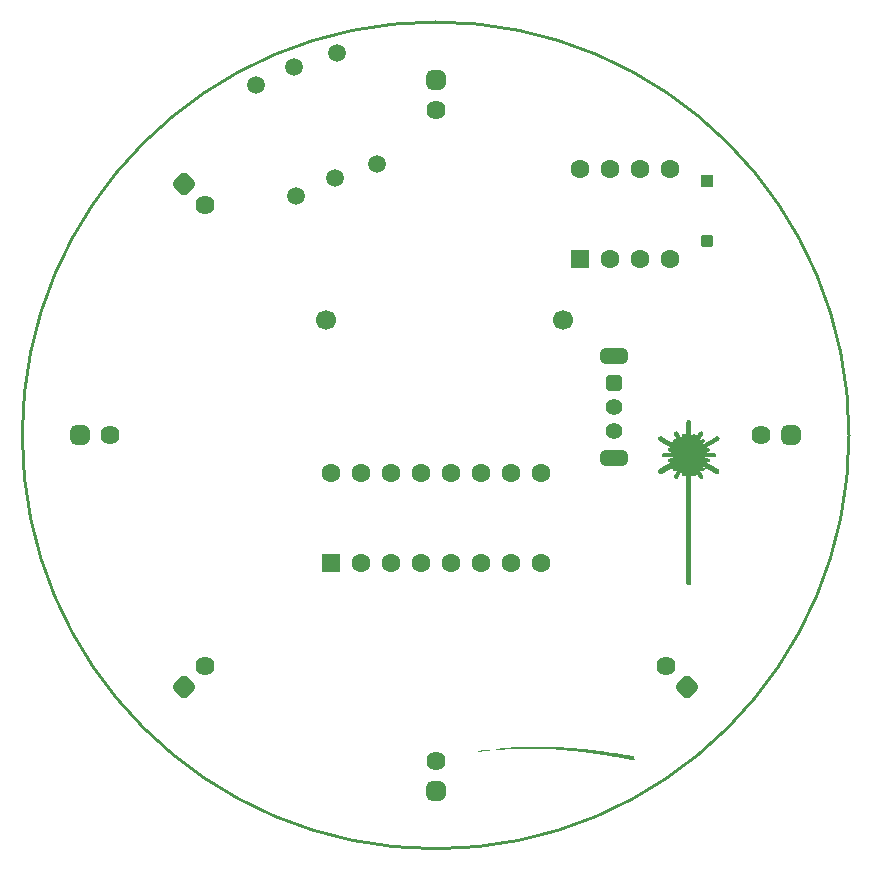
<source format=gbs>
G04*
G04 #@! TF.GenerationSoftware,Altium Limited,Altium Designer,25.1.2 (22)*
G04*
G04 Layer_Color=16711935*
%FSLAX25Y25*%
%MOIN*%
G70*
G04*
G04 #@! TF.SameCoordinates,1F9D3A5C-45A7-463C-8666-355E490B88AF*
G04*
G04*
G04 #@! TF.FilePolarity,Negative*
G04*
G01*
G75*
%ADD11C,0.01000*%
G04:AMPARAMS|DCode=12|XSize=55.12mil|YSize=55.12mil|CornerRadius=14.76mil|HoleSize=0mil|Usage=FLASHONLY|Rotation=270.000|XOffset=0mil|YOffset=0mil|HoleType=Round|Shape=RoundedRectangle|*
%AMROUNDEDRECTD12*
21,1,0.05512,0.02559,0,0,270.0*
21,1,0.02559,0.05512,0,0,270.0*
1,1,0.02953,-0.01280,-0.01280*
1,1,0.02953,-0.01280,0.01280*
1,1,0.02953,0.01280,0.01280*
1,1,0.02953,0.01280,-0.01280*
%
%ADD12ROUNDEDRECTD12*%
%ADD13C,0.05512*%
G04:AMPARAMS|DCode=14|XSize=90.55mil|YSize=51.18mil|CornerRadius=13.78mil|HoleSize=0mil|Usage=FLASHONLY|Rotation=180.000|XOffset=0mil|YOffset=0mil|HoleType=Round|Shape=RoundedRectangle|*
%AMROUNDEDRECTD14*
21,1,0.09055,0.02362,0,0,180.0*
21,1,0.06299,0.05118,0,0,180.0*
1,1,0.02756,-0.03150,0.01181*
1,1,0.02756,0.03150,0.01181*
1,1,0.02756,0.03150,-0.01181*
1,1,0.02756,-0.03150,-0.01181*
%
%ADD14ROUNDEDRECTD14*%
%ADD15C,0.05906*%
%ADD17C,0.06693*%
%ADD18C,0.06299*%
%ADD19R,0.06299X0.06299*%
G04:AMPARAMS|DCode=20|XSize=43.31mil|YSize=43.31mil|CornerRadius=11.81mil|HoleSize=0mil|Usage=FLASHONLY|Rotation=270.000|XOffset=0mil|YOffset=0mil|HoleType=Round|Shape=RoundedRectangle|*
%AMROUNDEDRECTD20*
21,1,0.04331,0.01968,0,0,270.0*
21,1,0.01968,0.04331,0,0,270.0*
1,1,0.02362,-0.00984,-0.00984*
1,1,0.02362,-0.00984,0.00984*
1,1,0.02362,0.00984,0.00984*
1,1,0.02362,0.00984,-0.00984*
%
%ADD20ROUNDEDRECTD20*%
%ADD21R,0.04331X0.04331*%
%ADD22C,0.06394*%
G04:AMPARAMS|DCode=23|XSize=63.94mil|YSize=63.94mil|CornerRadius=16.97mil|HoleSize=0mil|Usage=FLASHONLY|Rotation=0.000|XOffset=0mil|YOffset=0mil|HoleType=Round|Shape=RoundedRectangle|*
%AMROUNDEDRECTD23*
21,1,0.06394,0.03000,0,0,0.0*
21,1,0.03000,0.06394,0,0,0.0*
1,1,0.03394,0.01500,-0.01500*
1,1,0.03394,-0.01500,-0.01500*
1,1,0.03394,-0.01500,0.01500*
1,1,0.03394,0.01500,0.01500*
%
%ADD23ROUNDEDRECTD23*%
G04:AMPARAMS|DCode=24|XSize=63.94mil|YSize=63.94mil|CornerRadius=16.97mil|HoleSize=0mil|Usage=FLASHONLY|Rotation=315.000|XOffset=0mil|YOffset=0mil|HoleType=Round|Shape=RoundedRectangle|*
%AMROUNDEDRECTD24*
21,1,0.06394,0.03000,0,0,315.0*
21,1,0.03000,0.06394,0,0,315.0*
1,1,0.03394,0.00000,-0.02121*
1,1,0.03394,-0.02121,0.00000*
1,1,0.03394,0.00000,0.02121*
1,1,0.03394,0.02121,0.00000*
%
%ADD24ROUNDEDRECTD24*%
G04:AMPARAMS|DCode=25|XSize=63.94mil|YSize=63.94mil|CornerRadius=16.97mil|HoleSize=0mil|Usage=FLASHONLY|Rotation=270.000|XOffset=0mil|YOffset=0mil|HoleType=Round|Shape=RoundedRectangle|*
%AMROUNDEDRECTD25*
21,1,0.06394,0.03000,0,0,270.0*
21,1,0.03000,0.06394,0,0,270.0*
1,1,0.03394,-0.01500,-0.01500*
1,1,0.03394,-0.01500,0.01500*
1,1,0.03394,0.01500,0.01500*
1,1,0.03394,0.01500,-0.01500*
%
%ADD25ROUNDEDRECTD25*%
G04:AMPARAMS|DCode=26|XSize=63.94mil|YSize=63.94mil|CornerRadius=16.97mil|HoleSize=0mil|Usage=FLASHONLY|Rotation=225.000|XOffset=0mil|YOffset=0mil|HoleType=Round|Shape=RoundedRectangle|*
%AMROUNDEDRECTD26*
21,1,0.06394,0.03000,0,0,225.0*
21,1,0.03000,0.06394,0,0,225.0*
1,1,0.03394,-0.02121,0.00000*
1,1,0.03394,0.00000,0.02121*
1,1,0.03394,0.02121,0.00000*
1,1,0.03394,0.00000,-0.02121*
%
%ADD26ROUNDEDRECTD26*%
G36*
X222235Y142911D02*
X222245D01*
X222309Y142905D01*
X222319Y142903D01*
X222328Y142902D01*
X222392Y142889D01*
X222401Y142886D01*
X222410Y142884D01*
X222473Y142866D01*
X222481Y142862D01*
X222491Y142859D01*
X222551Y142834D01*
X222559Y142830D01*
X222568Y142826D01*
X222625Y142795D01*
X222633Y142790D01*
X222642Y142786D01*
X222696Y142750D01*
X222703Y142743D01*
X222711Y142738D01*
X222761Y142697D01*
X222768Y142690D01*
X222776Y142684D01*
X222821Y142638D01*
X222828Y142631D01*
X222834Y142624D01*
X222876Y142574D01*
X222881Y142566D01*
X222887Y142558D01*
X222923Y142504D01*
X222928Y142496D01*
X222933Y142488D01*
X222964Y142430D01*
X222967Y142422D01*
X222972Y142413D01*
X222997Y142353D01*
X223000Y142344D01*
X223003Y142335D01*
X223022Y142273D01*
X223024Y142263D01*
X223027Y142254D01*
X223039Y142191D01*
X223040Y142181D01*
X223042Y142171D01*
X223049Y142107D01*
Y142097D01*
X223049Y142087D01*
Y142055D01*
Y136691D01*
X223354Y137822D01*
X223354Y137822D01*
X223361Y137847D01*
X223365Y137859D01*
X223369Y137872D01*
X223389Y137920D01*
X223395Y137931D01*
X223400Y137943D01*
X223426Y137988D01*
X223434Y137998D01*
X223441Y138009D01*
X223472Y138050D01*
X223481Y138060D01*
X223489Y138070D01*
X223526Y138106D01*
X223536Y138115D01*
X223546Y138124D01*
X223587Y138155D01*
X223598Y138162D01*
X223608Y138169D01*
X223653Y138195D01*
X223665Y138201D01*
X223676Y138207D01*
X223724Y138226D01*
X223737Y138230D01*
X223749Y138235D01*
X223799Y138248D01*
X223812Y138250D01*
X223824Y138253D01*
X223876Y138260D01*
X223889Y138260D01*
X223902Y138262D01*
X223953Y138261D01*
X223966Y138260D01*
X223979Y138260D01*
X224031Y138253D01*
X224043Y138250D01*
X224056Y138248D01*
X224106Y138234D01*
X224118Y138230D01*
X224131Y138226D01*
X224179Y138206D01*
X224190Y138200D01*
X224202Y138195D01*
X224247Y138169D01*
X224257Y138161D01*
X224268Y138154D01*
X224309Y138123D01*
X224319Y138114D01*
X224329Y138106D01*
X224365Y138069D01*
X224374Y138059D01*
X224382Y138049D01*
X224414Y138008D01*
X224421Y137997D01*
X224428Y137987D01*
X224454Y137942D01*
X224460Y137930D01*
X224466Y137919D01*
X224485Y137871D01*
X224489Y137858D01*
X224494Y137846D01*
X224507Y137796D01*
X224509Y137783D01*
X224512Y137771D01*
X224519Y137719D01*
X224519Y137706D01*
X224520Y137694D01*
X224520Y137642D01*
X224519Y137629D01*
X224519Y137616D01*
X224512Y137564D01*
X224509Y137552D01*
X224507Y137539D01*
X224500Y137514D01*
X224500Y137514D01*
X224060Y135876D01*
X225726Y138765D01*
X225726Y138765D01*
X225726Y138765D01*
X225741Y138791D01*
X225747Y138800D01*
X225753Y138809D01*
X225788Y138857D01*
X225796Y138865D01*
X225802Y138874D01*
X225842Y138918D01*
X225851Y138925D01*
X225858Y138933D01*
X225903Y138972D01*
X225912Y138978D01*
X225921Y138985D01*
X225970Y139018D01*
X225979Y139024D01*
X225989Y139030D01*
X226041Y139058D01*
X226051Y139062D01*
X226061Y139067D01*
X226116Y139089D01*
X226127Y139092D01*
X226137Y139096D01*
X226195Y139111D01*
X226206Y139113D01*
X226216Y139115D01*
X226275Y139124D01*
X226286Y139125D01*
X226297Y139126D01*
X226356Y139129D01*
X226367Y139128D01*
X226378Y139128D01*
X226437Y139124D01*
X226448Y139122D01*
X226460Y139121D01*
X226518Y139110D01*
X226528Y139107D01*
X226539Y139105D01*
X226596Y139087D01*
X226606Y139083D01*
X226617Y139079D01*
X226671Y139056D01*
X226681Y139050D01*
X226691Y139046D01*
X226742Y139016D01*
X226751Y139010D01*
X226761Y139004D01*
X226808Y138969D01*
X226817Y138962D01*
X226825Y138955D01*
X226869Y138915D01*
X226876Y138906D01*
X226884Y138899D01*
X226923Y138854D01*
X226929Y138845D01*
X226936Y138836D01*
X226970Y138787D01*
X226975Y138777D01*
X226981Y138768D01*
X227009Y138716D01*
X227013Y138706D01*
X227018Y138696D01*
X227040Y138641D01*
X227043Y138630D01*
X227047Y138619D01*
X227062Y138562D01*
X227064Y138551D01*
X227067Y138541D01*
X227076Y138482D01*
X227076Y138471D01*
X227078Y138460D01*
X227080Y138401D01*
X227079Y138390D01*
X227079Y138379D01*
X227075Y138320D01*
X227073Y138309D01*
X227072Y138297D01*
X227061Y138239D01*
X227058Y138229D01*
X227056Y138218D01*
X227038Y138161D01*
X227034Y138151D01*
X227031Y138140D01*
X227007Y138086D01*
X227002Y138076D01*
X226997Y138066D01*
X226982Y138041D01*
X226982Y138041D01*
X225334Y135183D01*
X226502Y136349D01*
X226502D01*
Y136349D01*
X226521Y136367D01*
X226531Y136376D01*
X226540Y136384D01*
X226581Y136416D01*
X226592Y136423D01*
X226603Y136430D01*
X226648Y136456D01*
X226659Y136461D01*
X226671Y136468D01*
X226719Y136487D01*
X226731Y136491D01*
X226743Y136496D01*
X226793Y136509D01*
X226806Y136511D01*
X226819Y136514D01*
X226870Y136521D01*
X226883Y136521D01*
X226896Y136522D01*
X226948Y136522D01*
X226961Y136521D01*
X226974Y136521D01*
X227025Y136514D01*
X227038Y136511D01*
X227050Y136509D01*
X227101Y136495D01*
X227113Y136491D01*
X227125Y136487D01*
X227173Y136467D01*
X227185Y136461D01*
X227196Y136456D01*
X227241Y136430D01*
X227252Y136422D01*
X227263Y136415D01*
X227304Y136384D01*
X227313Y136375D01*
X227323Y136367D01*
X227360Y136330D01*
X227368Y136320D01*
X227377Y136310D01*
X227408Y136269D01*
X227415Y136258D01*
X227423Y136248D01*
X227449Y136203D01*
X227454Y136191D01*
X227460Y136179D01*
X227480Y136132D01*
X227484Y136119D01*
X227488Y136107D01*
X227502Y136057D01*
X227504Y136044D01*
X227507Y136032D01*
X227513Y135980D01*
X227514Y135967D01*
X227515Y135954D01*
X227515Y135902D01*
X227514Y135890D01*
X227513Y135877D01*
X227506Y135825D01*
X227503Y135813D01*
X227501Y135800D01*
X227488Y135750D01*
X227483Y135738D01*
X227480Y135725D01*
X227460Y135677D01*
X227453Y135666D01*
X227448Y135654D01*
X227422Y135609D01*
X227415Y135599D01*
X227408Y135588D01*
X227376Y135547D01*
X227367Y135537D01*
X227359Y135527D01*
X227341Y135509D01*
X227341Y135509D01*
X227341Y135509D01*
X226539Y134709D01*
X231144Y137372D01*
X231144Y137372D01*
X231144Y137372D01*
X231172Y137388D01*
X231181Y137392D01*
X231189Y137397D01*
X231248Y137423D01*
X231258Y137426D01*
X231266Y137431D01*
X231328Y137451D01*
X231337Y137454D01*
X231346Y137457D01*
X231409Y137471D01*
X231419Y137473D01*
X231429Y137475D01*
X231493Y137483D01*
X231502Y137484D01*
X231512Y137485D01*
X231577Y137487D01*
X231587Y137487D01*
X231596Y137487D01*
X231661Y137483D01*
X231670Y137481D01*
X231680Y137480D01*
X231744Y137470D01*
X231753Y137468D01*
X231763Y137466D01*
X231825Y137449D01*
X231835Y137446D01*
X231844Y137443D01*
X231905Y137420D01*
X231913Y137416D01*
X231922Y137413D01*
X231980Y137384D01*
X231989Y137379D01*
X231997Y137375D01*
X232052Y137341D01*
X232060Y137335D01*
X232068Y137330D01*
X232120Y137290D01*
X232127Y137284D01*
X232135Y137278D01*
X232182Y137233D01*
X232188Y137226D01*
X232195Y137220D01*
X232238Y137171D01*
X232244Y137163D01*
X232250Y137156D01*
X232288Y137103D01*
X232293Y137095D01*
X232298Y137087D01*
X232331Y137031D01*
X232335Y137022D01*
X232340Y137013D01*
X232366Y136954D01*
X232370Y136945D01*
X232374Y136936D01*
X232395Y136875D01*
X232397Y136866D01*
X232400Y136856D01*
X232415Y136793D01*
X232416Y136784D01*
X232418Y136774D01*
X232427Y136710D01*
X232427Y136700D01*
X232428Y136691D01*
X232430Y136626D01*
X232430Y136616D01*
X232430Y136607D01*
X232426Y136542D01*
X232424Y136532D01*
X232424Y136523D01*
X232413Y136459D01*
X232411Y136450D01*
X232409Y136440D01*
X232392Y136377D01*
X232389Y136368D01*
X232386Y136359D01*
X232364Y136298D01*
X232359Y136290D01*
X232356Y136281D01*
X232327Y136222D01*
X232322Y136214D01*
X232318Y136205D01*
X232284Y136150D01*
X232278Y136143D01*
X232273Y136135D01*
X232233Y136083D01*
X232227Y136076D01*
X232221Y136068D01*
X232176Y136021D01*
X232169Y136015D01*
X232163Y136007D01*
X232114Y135965D01*
X232106Y135959D01*
X232099Y135953D01*
X232046Y135915D01*
X232038Y135910D01*
X232030Y135904D01*
X232002Y135888D01*
X232002Y135888D01*
X227350Y133199D01*
X228508Y133508D01*
X228508Y133508D01*
X228533Y133514D01*
X228546Y133517D01*
X228558Y133520D01*
X228610Y133526D01*
X228623Y133527D01*
X228636Y133528D01*
X228688Y133528D01*
X228701Y133527D01*
X228713Y133526D01*
X228765Y133519D01*
X228778Y133516D01*
X228790Y133514D01*
X228840Y133501D01*
X228852Y133496D01*
X228865Y133493D01*
X228913Y133473D01*
X228924Y133466D01*
X228936Y133461D01*
X228981Y133435D01*
X228991Y133428D01*
X229002Y133421D01*
X229043Y133389D01*
X229053Y133380D01*
X229063Y133372D01*
X229099Y133335D01*
X229108Y133325D01*
X229117Y133316D01*
X229148Y133275D01*
X229155Y133264D01*
X229163Y133253D01*
X229188Y133208D01*
X229194Y133196D01*
X229200Y133185D01*
X229220Y133137D01*
X229223Y133125D01*
X229228Y133113D01*
X229241Y133063D01*
X229243Y133050D01*
X229246Y133037D01*
X229253Y132986D01*
X229253Y132973D01*
X229255Y132960D01*
X229255Y132908D01*
X229253Y132895D01*
X229253Y132882D01*
X229246Y132831D01*
X229243Y132818D01*
X229241Y132805D01*
X229227Y132755D01*
X229223Y132743D01*
X229219Y132731D01*
X229199Y132683D01*
X229193Y132671D01*
X229188Y132660D01*
X229162Y132615D01*
X229154Y132604D01*
X229148Y132593D01*
X229116Y132552D01*
X229107Y132543D01*
X229099Y132533D01*
X229062Y132496D01*
X229052Y132488D01*
X229043Y132479D01*
X229001Y132448D01*
X228990Y132441D01*
X228980Y132433D01*
X228935Y132407D01*
X228923Y132402D01*
X228912Y132396D01*
X228864Y132376D01*
X228851Y132372D01*
X228839Y132368D01*
X228814Y132361D01*
X228814D01*
X227167Y131921D01*
X230518Y131923D01*
D01*
X230548Y131923D01*
X230559Y131922D01*
X230570Y131922D01*
X230629Y131915D01*
X230640Y131913D01*
X230651Y131911D01*
X230708Y131898D01*
X230719Y131895D01*
X230730Y131892D01*
X230786Y131872D01*
X230796Y131868D01*
X230806Y131864D01*
X230859Y131838D01*
X230869Y131833D01*
X230879Y131827D01*
X230929Y131796D01*
X230938Y131789D01*
X230947Y131783D01*
X230994Y131746D01*
X231001Y131738D01*
X231010Y131731D01*
X231052Y131690D01*
X231059Y131681D01*
X231067Y131673D01*
X231104Y131627D01*
X231110Y131617D01*
X231117Y131609D01*
X231148Y131559D01*
X231153Y131549D01*
X231159Y131539D01*
X231185Y131486D01*
X231188Y131475D01*
X231193Y131465D01*
X231213Y131410D01*
X231215Y131399D01*
X231219Y131388D01*
X231232Y131330D01*
X231233Y131319D01*
X231236Y131309D01*
X231242Y131250D01*
X231242Y131239D01*
X231244Y131228D01*
X231244Y131168D01*
X231242Y131157D01*
X231242Y131146D01*
X231236Y131087D01*
X231234Y131077D01*
X231232Y131065D01*
X231219Y131008D01*
X231215Y130997D01*
X231213Y130986D01*
X231193Y130930D01*
X231189Y130920D01*
X231185Y130910D01*
X231159Y130857D01*
X231153Y130847D01*
X231148Y130837D01*
X231117Y130787D01*
X231110Y130778D01*
X231104Y130769D01*
X231067Y130723D01*
X231059Y130715D01*
X231052Y130706D01*
X231011Y130664D01*
X231002Y130657D01*
X230994Y130649D01*
X230948Y130612D01*
X230938Y130606D01*
X230930Y130600D01*
X230879Y130568D01*
X230870Y130563D01*
X230860Y130557D01*
X230807Y130532D01*
X230796Y130528D01*
X230786Y130523D01*
X230730Y130503D01*
X230720Y130501D01*
X230709Y130497D01*
X230651Y130484D01*
X230640Y130483D01*
X230629Y130481D01*
X230571Y130474D01*
X230559Y130474D01*
X230548Y130473D01*
X230519Y130473D01*
D01*
X227219Y130471D01*
X228812Y130043D01*
X228812Y130043D01*
X228812D01*
X228837Y130036D01*
X228849Y130031D01*
X228862Y130027D01*
X228909Y130008D01*
X228921Y130001D01*
X228933Y129996D01*
X228978Y129970D01*
X228988Y129963D01*
X228999Y129956D01*
X229040Y129924D01*
X229050Y129915D01*
X229060Y129907D01*
X229096Y129870D01*
X229104Y129860D01*
X229113Y129851D01*
X229145Y129810D01*
X229152Y129799D01*
X229159Y129788D01*
X229185Y129743D01*
X229190Y129731D01*
X229197Y129720D01*
X229216Y129672D01*
X229220Y129660D01*
X229225Y129648D01*
X229238Y129597D01*
X229240Y129585D01*
X229243Y129572D01*
X229250Y129520D01*
X229250Y129508D01*
X229252Y129495D01*
X229251Y129443D01*
X229250Y129430D01*
X229250Y129417D01*
X229243Y129366D01*
X229240Y129353D01*
X229238Y129340D01*
X229224Y129290D01*
X229220Y129278D01*
X229216Y129266D01*
X229196Y129218D01*
X229190Y129206D01*
X229185Y129194D01*
X229159Y129150D01*
X229151Y129139D01*
X229144Y129128D01*
X229113Y129087D01*
X229104Y129078D01*
X229096Y129068D01*
X229059Y129031D01*
X229049Y129023D01*
X229039Y129014D01*
X228998Y128982D01*
X228987Y128975D01*
X228977Y128968D01*
X228932Y128942D01*
X228920Y128937D01*
X228908Y128931D01*
X228861Y128911D01*
X228848Y128907D01*
X228836Y128903D01*
X228786Y128889D01*
X228773Y128887D01*
X228761Y128884D01*
X228709Y128877D01*
X228696Y128877D01*
X228683Y128876D01*
X228631Y128876D01*
X228619Y128877D01*
X228606Y128878D01*
X228554Y128884D01*
X228542Y128887D01*
X228529Y128890D01*
X228504Y128896D01*
X228504Y128896D01*
X228504D01*
X227324Y129214D01*
X231981Y126522D01*
X231981Y126522D01*
X232009Y126505D01*
X232017Y126500D01*
X232025Y126495D01*
X232078Y126457D01*
X232085Y126451D01*
X232093Y126445D01*
X232142Y126402D01*
X232149Y126395D01*
X232156Y126389D01*
X232200Y126342D01*
X232206Y126334D01*
X232213Y126327D01*
X232252Y126275D01*
X232257Y126267D01*
X232263Y126260D01*
X232297Y126205D01*
X232301Y126196D01*
X232307Y126188D01*
X232335Y126129D01*
X232339Y126120D01*
X232343Y126112D01*
X232366Y126051D01*
X232368Y126042D01*
X232372Y126032D01*
X232388Y125970D01*
X232390Y125960D01*
X232393Y125951D01*
X232403Y125887D01*
X232404Y125877D01*
X232405Y125868D01*
X232409Y125803D01*
X232409Y125794D01*
X232410Y125784D01*
X232408Y125719D01*
X232406Y125709D01*
X232406Y125700D01*
X232398Y125636D01*
X232395Y125626D01*
X232394Y125617D01*
X232379Y125553D01*
X232376Y125544D01*
X232374Y125535D01*
X232353Y125473D01*
X232349Y125465D01*
X232346Y125455D01*
X232319Y125397D01*
X232314Y125388D01*
X232310Y125379D01*
X232278Y125323D01*
X232272Y125315D01*
X232267Y125307D01*
X232230Y125254D01*
X232223Y125247D01*
X232218Y125239D01*
X232175Y125190D01*
X232168Y125184D01*
X232161Y125177D01*
X232114Y125132D01*
X232106Y125126D01*
X232099Y125120D01*
X232048Y125080D01*
X232040Y125075D01*
X232032Y125069D01*
X231977Y125035D01*
X231968Y125031D01*
X231960Y125026D01*
X231902Y124997D01*
X231893Y124994D01*
X231884Y124989D01*
X231823Y124967D01*
X231814Y124964D01*
X231805Y124961D01*
X231743Y124944D01*
X231733Y124942D01*
X231723Y124940D01*
X231660Y124929D01*
X231650Y124929D01*
X231640Y124927D01*
X231576Y124923D01*
X231566Y124923D01*
X231556Y124923D01*
X231492Y124925D01*
X231482Y124926D01*
X231472Y124926D01*
X231408Y124935D01*
X231399Y124937D01*
X231389Y124938D01*
X231326Y124953D01*
X231317Y124956D01*
X231307Y124958D01*
X231246Y124979D01*
X231237Y124983D01*
X231228Y124986D01*
X231169Y125013D01*
X231160Y125018D01*
X231152Y125022D01*
X231124Y125038D01*
X231124Y125038D01*
X226527Y127695D01*
X227345Y126875D01*
X227345Y126875D01*
X227364Y126857D01*
X227372Y126847D01*
X227381Y126837D01*
X227412Y126796D01*
X227419Y126785D01*
X227427Y126775D01*
X227453Y126730D01*
X227458Y126718D01*
X227464Y126707D01*
X227484Y126659D01*
X227487Y126646D01*
X227492Y126634D01*
X227505Y126584D01*
X227508Y126571D01*
X227510Y126559D01*
X227517Y126507D01*
X227518Y126494D01*
X227519Y126481D01*
X227519Y126429D01*
X227518Y126417D01*
X227517Y126404D01*
X227510Y126352D01*
X227507Y126340D01*
X227505Y126327D01*
X227492Y126277D01*
X227487Y126265D01*
X227483Y126252D01*
X227464Y126204D01*
X227457Y126193D01*
X227452Y126181D01*
X227426Y126136D01*
X227418Y126126D01*
X227412Y126115D01*
X227380Y126074D01*
X227371Y126064D01*
X227363Y126054D01*
X227326Y126018D01*
X227316Y126009D01*
X227307Y126001D01*
X227266Y125969D01*
X227255Y125962D01*
X227244Y125955D01*
X227199Y125929D01*
X227187Y125924D01*
X227176Y125917D01*
X227128Y125898D01*
X227116Y125894D01*
X227103Y125889D01*
X227053Y125876D01*
X227041Y125874D01*
X227028Y125871D01*
X226977Y125864D01*
X226964Y125864D01*
X226951Y125862D01*
X226899Y125863D01*
X226886Y125864D01*
X226873Y125864D01*
X226822Y125871D01*
X226809Y125874D01*
X226796Y125876D01*
X226746Y125890D01*
X226734Y125894D01*
X226722Y125898D01*
X226674Y125918D01*
X226662Y125924D01*
X226651Y125929D01*
X226606Y125955D01*
X226595Y125963D01*
X226584Y125970D01*
X226543Y126001D01*
X226534Y126010D01*
X226524Y126018D01*
X226505Y126037D01*
X226505Y126037D01*
X226505Y126037D01*
X225339Y127205D01*
X226989Y124351D01*
X226989Y124351D01*
X227003Y124326D01*
X227008Y124316D01*
X227013Y124306D01*
X227037Y124252D01*
X227041Y124241D01*
X227045Y124231D01*
X227062Y124174D01*
X227064Y124163D01*
X227068Y124153D01*
X227079Y124095D01*
X227080Y124083D01*
X227082Y124073D01*
X227086Y124013D01*
X227086Y124002D01*
X227086Y123991D01*
X227084Y123932D01*
X227083Y123921D01*
X227082Y123910D01*
X227073Y123852D01*
X227071Y123841D01*
X227069Y123830D01*
X227054Y123773D01*
X227050Y123762D01*
X227047Y123751D01*
X227025Y123696D01*
X227020Y123686D01*
X227016Y123676D01*
X226988Y123624D01*
X226982Y123615D01*
X226977Y123605D01*
X226943Y123556D01*
X226936Y123547D01*
X226930Y123538D01*
X226891Y123493D01*
X226883Y123486D01*
X226876Y123477D01*
X226833Y123437D01*
X226824Y123430D01*
X226815Y123423D01*
X226768Y123388D01*
X226758Y123382D01*
X226749Y123375D01*
X226698Y123346D01*
X226688Y123341D01*
X226678Y123336D01*
X226624Y123312D01*
X226613Y123309D01*
X226603Y123304D01*
X226547Y123287D01*
X226536Y123285D01*
X226525Y123282D01*
X226467Y123271D01*
X226456Y123270D01*
X226445Y123268D01*
X226386Y123263D01*
X226375Y123264D01*
X226363Y123263D01*
X226304Y123265D01*
X226293Y123266D01*
X226282Y123267D01*
X226224Y123276D01*
X226213Y123278D01*
X226202Y123280D01*
X226145Y123296D01*
X226134Y123300D01*
X226124Y123303D01*
X226069Y123324D01*
X226059Y123329D01*
X226048Y123333D01*
X225996Y123361D01*
X225987Y123367D01*
X225977Y123372D01*
X225928Y123406D01*
X225920Y123413D01*
X225910Y123419D01*
X225866Y123458D01*
X225858Y123466D01*
X225850Y123473D01*
X225809Y123517D01*
X225803Y123526D01*
X225795Y123534D01*
X225760Y123582D01*
X225754Y123591D01*
X225748Y123600D01*
X225733Y123626D01*
X225733Y123626D01*
X224047Y126543D01*
X224488Y124889D01*
X224488Y124889D01*
X224495Y124864D01*
X224497Y124851D01*
X224500Y124839D01*
X224507Y124787D01*
X224507Y124775D01*
X224508Y124761D01*
X224508Y124710D01*
X224507Y124697D01*
X224507Y124684D01*
X224500Y124632D01*
X224497Y124620D01*
X224495Y124607D01*
X224481Y124557D01*
X224477Y124545D01*
X224473Y124532D01*
X224453Y124485D01*
X224447Y124473D01*
X224442Y124461D01*
X224416Y124416D01*
X224408Y124406D01*
X224401Y124395D01*
X224370Y124354D01*
X224361Y124344D01*
X224353Y124334D01*
X224316Y124298D01*
X224306Y124290D01*
X224296Y124281D01*
X224255Y124249D01*
X224244Y124242D01*
X224234Y124235D01*
X224189Y124209D01*
X224177Y124204D01*
X224166Y124197D01*
X224118Y124178D01*
X224105Y124174D01*
X224093Y124169D01*
X224043Y124156D01*
X224030Y124154D01*
X224018Y124151D01*
X223966Y124144D01*
X223953Y124144D01*
X223940Y124143D01*
X223888Y124143D01*
X223875Y124144D01*
X223863Y124144D01*
X223811Y124151D01*
X223799Y124154D01*
X223786Y124156D01*
X223736Y124170D01*
X223724Y124174D01*
X223711Y124178D01*
X223663Y124198D01*
X223652Y124204D01*
X223640Y124209D01*
X223595Y124235D01*
X223585Y124243D01*
X223574Y124250D01*
X223533Y124281D01*
X223523Y124290D01*
X223513Y124299D01*
X223477Y124335D01*
X223468Y124345D01*
X223460Y124355D01*
X223428Y124396D01*
X223421Y124407D01*
X223414Y124417D01*
X223388Y124462D01*
X223382Y124474D01*
X223376Y124486D01*
X223357Y124533D01*
X223353Y124546D01*
X223348Y124558D01*
X223341Y124583D01*
X223049Y125677D01*
Y88749D01*
Y88717D01*
X223049Y88708D01*
Y88698D01*
X223042Y88633D01*
X223040Y88624D01*
X223039Y88614D01*
X223027Y88551D01*
X223024Y88541D01*
X223022Y88532D01*
X223003Y88470D01*
X223000Y88461D01*
X222997Y88451D01*
X222972Y88392D01*
X222967Y88383D01*
X222964Y88374D01*
X222933Y88317D01*
X222928Y88309D01*
X222923Y88300D01*
X222887Y88247D01*
X222881Y88239D01*
X222876Y88231D01*
X222834Y88181D01*
X222828Y88174D01*
X222821Y88167D01*
X222776Y88121D01*
X222768Y88115D01*
X222761Y88108D01*
X222711Y88067D01*
X222703Y88061D01*
X222696Y88055D01*
X222642Y88019D01*
X222633Y88015D01*
X222625Y88009D01*
X222568Y87979D01*
X222559Y87975D01*
X222551Y87970D01*
X222491Y87946D01*
X222481Y87943D01*
X222473Y87939D01*
X222410Y87920D01*
X222401Y87918D01*
X222392Y87915D01*
X222328Y87903D01*
X222319Y87902D01*
X222309Y87900D01*
X222245Y87894D01*
X222235D01*
X222225Y87893D01*
X222160D01*
X222151Y87894D01*
X222141D01*
X222077Y87900D01*
X222067Y87902D01*
X222057Y87903D01*
X221994Y87915D01*
X221985Y87918D01*
X221975Y87920D01*
X221913Y87939D01*
X221904Y87943D01*
X221895Y87946D01*
X221835Y87970D01*
X221827Y87975D01*
X221817Y87979D01*
X221760Y88009D01*
X221752Y88015D01*
X221744Y88019D01*
X221690Y88055D01*
X221682Y88061D01*
X221674Y88067D01*
X221624Y88108D01*
X221617Y88115D01*
X221610Y88121D01*
X221564Y88167D01*
X221558Y88174D01*
X221551Y88181D01*
X221510Y88231D01*
X221505Y88239D01*
X221498Y88247D01*
X221462Y88300D01*
X221458Y88309D01*
X221452Y88317D01*
X221422Y88374D01*
X221418Y88383D01*
X221414Y88392D01*
X221389Y88451D01*
X221386Y88461D01*
X221382Y88470D01*
X221364Y88532D01*
X221362Y88541D01*
X221359Y88551D01*
X221346Y88614D01*
X221345Y88624D01*
X221343Y88633D01*
X221337Y88698D01*
Y88708D01*
X221336Y88717D01*
Y88749D01*
Y125750D01*
X221023Y124585D01*
Y124585D01*
X221017Y124562D01*
X221013Y124551D01*
X221009Y124540D01*
X220991Y124496D01*
X220986Y124485D01*
X220981Y124474D01*
X220958Y124433D01*
X220952Y124423D01*
X220946Y124413D01*
X220918Y124374D01*
X220910Y124365D01*
X220903Y124356D01*
X220871Y124321D01*
X220862Y124313D01*
X220854Y124304D01*
X220818Y124273D01*
X220808Y124266D01*
X220799Y124259D01*
X220760Y124232D01*
X220749Y124227D01*
X220739Y124221D01*
X220696Y124199D01*
X220686Y124195D01*
X220675Y124190D01*
X220630Y124173D01*
X220619Y124170D01*
X220607Y124167D01*
X220561Y124156D01*
X220549Y124154D01*
X220538Y124152D01*
X220491Y124147D01*
X220479Y124147D01*
X220467Y124146D01*
X220419Y124146D01*
X220407Y124147D01*
X220396Y124148D01*
X220349Y124154D01*
X220337Y124157D01*
X220325Y124159D01*
X220279Y124170D01*
X220268Y124174D01*
X220257Y124178D01*
X220212Y124195D01*
X220202Y124200D01*
X220191Y124205D01*
X220149Y124227D01*
X220139Y124234D01*
X220129Y124240D01*
X220090Y124267D01*
X220081Y124275D01*
X220071Y124282D01*
X220036Y124313D01*
X220028Y124322D01*
X220019Y124330D01*
X219988Y124366D01*
X219981Y124376D01*
X219973Y124385D01*
X219947Y124424D01*
X219941Y124434D01*
X219934Y124444D01*
X219912Y124486D01*
X219908Y124497D01*
X219903Y124508D01*
X219886Y124553D01*
X219883Y124564D01*
X219879Y124575D01*
X219868Y124621D01*
X219866Y124633D01*
X219864Y124645D01*
X219858Y124692D01*
X219858Y124704D01*
X219856Y124716D01*
Y124739D01*
Y124752D01*
X219857Y124759D01*
X219857Y124765D01*
X219859Y124791D01*
X219860Y124798D01*
X219860Y124804D01*
X219863Y124830D01*
X219865Y124836D01*
X219865Y124843D01*
X219870Y124868D01*
X219872Y124874D01*
X219873Y124881D01*
X219877Y124893D01*
X219877Y124893D01*
X219877Y124893D01*
X220293Y126443D01*
X218667Y123622D01*
X218667Y123622D01*
X218667Y123622D01*
X218652Y123597D01*
X218646Y123589D01*
X218641Y123579D01*
X218606Y123533D01*
X218599Y123525D01*
X218593Y123516D01*
X218554Y123474D01*
X218546Y123467D01*
X218539Y123459D01*
X218495Y123421D01*
X218486Y123414D01*
X218478Y123407D01*
X218431Y123374D01*
X218422Y123369D01*
X218413Y123363D01*
X218362Y123335D01*
X218352Y123331D01*
X218343Y123326D01*
X218290Y123304D01*
X218279Y123301D01*
X218269Y123297D01*
X218214Y123281D01*
X218203Y123278D01*
X218193Y123276D01*
X218136Y123266D01*
X218126Y123265D01*
X218115Y123263D01*
X218057Y123259D01*
X218047Y123260D01*
X218036Y123259D01*
X217978Y123261D01*
X217968Y123263D01*
X217957Y123264D01*
X217900Y123272D01*
X217890Y123275D01*
X217879Y123277D01*
X217823Y123292D01*
X217813Y123295D01*
X217803Y123298D01*
X217749Y123319D01*
X217739Y123324D01*
X217729Y123328D01*
X217678Y123355D01*
X217669Y123361D01*
X217660Y123366D01*
X217612Y123398D01*
X217603Y123405D01*
X217595Y123411D01*
X217550Y123448D01*
X217543Y123455D01*
X217535Y123462D01*
X217495Y123504D01*
X217488Y123512D01*
X217481Y123520D01*
X217446Y123566D01*
X217440Y123575D01*
X217434Y123584D01*
X217404Y123633D01*
X217399Y123643D01*
X217394Y123652D01*
X217369Y123704D01*
X217366Y123714D01*
X217361Y123724D01*
X217343Y123779D01*
X217340Y123789D01*
X217337Y123800D01*
X217324Y123856D01*
X217323Y123867D01*
X217321Y123877D01*
X217315Y123934D01*
X217315Y123945D01*
X217314Y123956D01*
Y123985D01*
Y124002D01*
X217314Y124008D01*
X217314Y124015D01*
X217316Y124049D01*
X217317Y124056D01*
X217317Y124062D01*
X217322Y124096D01*
X217323Y124103D01*
X217324Y124109D01*
X217331Y124143D01*
X217333Y124149D01*
X217334Y124155D01*
X217343Y124189D01*
X217345Y124195D01*
X217346Y124201D01*
X217357Y124234D01*
X217360Y124240D01*
X217362Y124246D01*
X217375Y124278D01*
X217378Y124284D01*
X217380Y124290D01*
X217396Y124321D01*
X217399Y124326D01*
X217402Y124332D01*
X217410Y124347D01*
X217410Y124347D01*
X219110Y127293D01*
X217865Y126051D01*
X217865Y126051D01*
X217865Y126051D01*
X217865Y126051D01*
X217849Y126034D01*
X217840Y126027D01*
X217831Y126019D01*
X217794Y125990D01*
X217785Y125984D01*
X217775Y125977D01*
X217736Y125952D01*
X217725Y125947D01*
X217715Y125942D01*
X217673Y125922D01*
X217662Y125918D01*
X217651Y125914D01*
X217607Y125899D01*
X217595Y125897D01*
X217584Y125893D01*
X217538Y125884D01*
X217527Y125883D01*
X217515Y125881D01*
X217469Y125877D01*
X217457Y125878D01*
X217445Y125877D01*
X217399Y125879D01*
X217387Y125880D01*
X217376Y125881D01*
X217330Y125888D01*
X217318Y125891D01*
X217307Y125893D01*
X217262Y125906D01*
X217251Y125910D01*
X217240Y125914D01*
X217197Y125932D01*
X217187Y125937D01*
X217176Y125942D01*
X217135Y125965D01*
X217126Y125971D01*
X217116Y125977D01*
X217078Y126005D01*
X217069Y126012D01*
X217060Y126019D01*
X217026Y126051D01*
X217018Y126060D01*
X217010Y126068D01*
X216979Y126103D01*
X216973Y126113D01*
X216965Y126122D01*
X216939Y126161D01*
X216934Y126171D01*
X216928Y126181D01*
X216906Y126222D01*
X216902Y126233D01*
X216897Y126244D01*
X216881Y126287D01*
X216878Y126299D01*
X216874Y126310D01*
X216863Y126355D01*
X216862Y126367D01*
X216859Y126378D01*
X216854Y126424D01*
X216853Y126436D01*
X216852Y126448D01*
Y126471D01*
Y126490D01*
X216853Y126500D01*
Y126510D01*
X216857Y126549D01*
X216859Y126558D01*
X216860Y126568D01*
X216868Y126606D01*
X216870Y126615D01*
X216872Y126625D01*
X216884Y126662D01*
X216887Y126671D01*
X216890Y126680D01*
X216905Y126716D01*
X216910Y126725D01*
X216913Y126734D01*
X216932Y126768D01*
X216937Y126776D01*
X216942Y126785D01*
X216963Y126817D01*
X216970Y126825D01*
X216975Y126833D01*
X217000Y126863D01*
X217007Y126870D01*
X217013Y126877D01*
X217026Y126891D01*
X217027Y126891D01*
X217833Y127696D01*
X213233Y125036D01*
X213233Y125036D01*
D01*
X213203Y125019D01*
X213193Y125014D01*
X213184Y125009D01*
X213121Y124981D01*
X213111Y124978D01*
X213102Y124974D01*
X213036Y124952D01*
X213026Y124950D01*
X213016Y124947D01*
X212949Y124933D01*
X212938Y124931D01*
X212928Y124929D01*
X212860Y124922D01*
X212849Y124922D01*
X212839Y124921D01*
X212770Y124921D01*
X212759Y124922D01*
X212749Y124922D01*
X212680Y124929D01*
X212670Y124931D01*
X212660Y124932D01*
X212592Y124947D01*
X212582Y124950D01*
X212572Y124952D01*
X212507Y124973D01*
X212497Y124978D01*
X212487Y124981D01*
X212424Y125009D01*
X212415Y125014D01*
X212406Y125018D01*
X212346Y125053D01*
X212337Y125059D01*
X212328Y125064D01*
X212273Y125105D01*
X212265Y125111D01*
X212256Y125118D01*
X212205Y125164D01*
X212198Y125172D01*
X212190Y125179D01*
X212144Y125230D01*
X212138Y125238D01*
X212131Y125246D01*
X212090Y125302D01*
X212085Y125311D01*
X212079Y125319D01*
X212045Y125379D01*
X212040Y125388D01*
X212035Y125398D01*
X212007Y125461D01*
X212004Y125470D01*
X212000Y125480D01*
X211978Y125546D01*
X211976Y125556D01*
X211973Y125566D01*
X211959Y125633D01*
X211958Y125643D01*
X211955Y125654D01*
X211948Y125722D01*
X211948Y125733D01*
X211947Y125743D01*
Y125778D01*
Y125806D01*
X211948Y125815D01*
X211948Y125823D01*
X211953Y125881D01*
X211954Y125889D01*
X211955Y125898D01*
X211965Y125955D01*
X211967Y125963D01*
X211969Y125971D01*
X211984Y126027D01*
X211987Y126035D01*
X211989Y126043D01*
X212009Y126097D01*
X212012Y126105D01*
X212015Y126113D01*
X212039Y126165D01*
X212044Y126173D01*
X212047Y126181D01*
X212076Y126231D01*
X212081Y126238D01*
X212085Y126245D01*
X212118Y126292D01*
X212124Y126299D01*
X212129Y126306D01*
X212166Y126350D01*
X212172Y126356D01*
X212177Y126363D01*
X212218Y126403D01*
X212225Y126409D01*
X212231Y126415D01*
X212275Y126452D01*
X212282Y126457D01*
X212288Y126463D01*
X212336Y126496D01*
X212343Y126500D01*
X212350Y126505D01*
X212375Y126519D01*
X212375Y126519D01*
X217044Y129219D01*
X215879Y128908D01*
X215879D01*
X215857Y128902D01*
X215846Y128900D01*
X215835Y128898D01*
X215790Y128891D01*
X215779Y128890D01*
X215768Y128889D01*
X215722Y128887D01*
X215711Y128888D01*
X215700Y128888D01*
X215654Y128892D01*
X215643Y128894D01*
X215632Y128895D01*
X215588Y128904D01*
X215577Y128907D01*
X215566Y128910D01*
X215523Y128923D01*
X215512Y128928D01*
X215501Y128931D01*
X215460Y128950D01*
X215450Y128956D01*
X215440Y128961D01*
X215401Y128984D01*
X215392Y128991D01*
X215383Y128997D01*
X215347Y129025D01*
X215338Y129032D01*
X215329Y129039D01*
X215297Y129071D01*
X215289Y129079D01*
X215282Y129087D01*
X215253Y129122D01*
X215247Y129132D01*
X215239Y129141D01*
X215215Y129179D01*
X215210Y129189D01*
X215204Y129199D01*
X215184Y129239D01*
X215180Y129250D01*
X215175Y129260D01*
X215160Y129303D01*
X215157Y129314D01*
X215153Y129325D01*
X215143Y129369D01*
X215141Y129380D01*
X215139Y129391D01*
X215134Y129436D01*
X215134Y129447D01*
X215132Y129459D01*
Y129481D01*
Y129503D01*
X215134Y129514D01*
X215134Y129525D01*
X215138Y129568D01*
X215141Y129578D01*
X215142Y129589D01*
X215151Y129631D01*
X215155Y129641D01*
X215157Y129652D01*
X215171Y129693D01*
X215176Y129702D01*
X215179Y129713D01*
X215197Y129752D01*
X215203Y129761D01*
X215208Y129771D01*
X215230Y129808D01*
X215236Y129817D01*
X215242Y129826D01*
X215268Y129860D01*
X215276Y129868D01*
X215283Y129876D01*
X215313Y129908D01*
X215321Y129915D01*
X215328Y129922D01*
X215361Y129950D01*
X215370Y129956D01*
X215379Y129963D01*
X215415Y129987D01*
X215424Y129992D01*
X215433Y129998D01*
X215472Y130018D01*
X215481Y130022D01*
X215491Y130027D01*
X215531Y130043D01*
X215542Y130045D01*
X215552Y130049D01*
X215573Y130055D01*
X215573D01*
X215573Y130055D01*
X217115Y130466D01*
X213875Y130465D01*
X213875Y130465D01*
X213849Y130465D01*
X213839Y130466D01*
X213829Y130466D01*
X213778Y130471D01*
X213768Y130473D01*
X213758Y130474D01*
X213708Y130484D01*
X213698Y130487D01*
X213689Y130488D01*
X213639Y130503D01*
X213630Y130507D01*
X213621Y130510D01*
X213573Y130530D01*
X213564Y130534D01*
X213555Y130538D01*
X213510Y130562D01*
X213502Y130568D01*
X213493Y130572D01*
X213450Y130601D01*
X213442Y130607D01*
X213434Y130613D01*
X213394Y130646D01*
X213387Y130653D01*
X213380Y130659D01*
X213343Y130695D01*
X213337Y130703D01*
X213330Y130710D01*
X213297Y130750D01*
X213292Y130758D01*
X213286Y130765D01*
X213257Y130808D01*
X213252Y130817D01*
X213247Y130825D01*
X213223Y130871D01*
X213219Y130880D01*
X213214Y130888D01*
X213194Y130936D01*
X213192Y130946D01*
X213188Y130955D01*
X213173Y131004D01*
X213171Y131014D01*
X213168Y131023D01*
X213158Y131074D01*
X213157Y131084D01*
X213155Y131093D01*
X213150Y131145D01*
Y131154D01*
X213149Y131164D01*
Y131190D01*
Y131216D01*
X213150Y131226D01*
Y131235D01*
X213155Y131287D01*
X213157Y131296D01*
X213158Y131306D01*
X213168Y131357D01*
X213171Y131366D01*
X213173Y131376D01*
X213188Y131425D01*
X213192Y131434D01*
X213194Y131443D01*
X213214Y131491D01*
X213219Y131500D01*
X213222Y131509D01*
X213247Y131554D01*
X213252Y131562D01*
X213257Y131571D01*
X213286Y131614D01*
X213292Y131622D01*
X213297Y131630D01*
X213330Y131670D01*
X213337Y131677D01*
X213343Y131684D01*
X213380Y131721D01*
X213387Y131727D01*
X213394Y131734D01*
X213434Y131767D01*
X213442Y131772D01*
X213450Y131778D01*
X213493Y131807D01*
X213501Y131812D01*
X213509Y131817D01*
X213555Y131842D01*
X213564Y131845D01*
X213573Y131850D01*
X213620Y131870D01*
X213630Y131872D01*
X213639Y131876D01*
X213688Y131891D01*
X213698Y131893D01*
X213707Y131896D01*
X213758Y131906D01*
X213768Y131907D01*
X213777Y131909D01*
X213828Y131914D01*
X213838Y131914D01*
X213848Y131915D01*
X213874Y131915D01*
D01*
X217273Y131917D01*
X215575Y132373D01*
X215575Y132373D01*
X215554Y132379D01*
X215544Y132383D01*
X215534Y132386D01*
X215493Y132401D01*
X215484Y132406D01*
X215474Y132410D01*
X215436Y132430D01*
X215427Y132436D01*
X215417Y132441D01*
X215381Y132465D01*
X215373Y132472D01*
X215364Y132478D01*
X215331Y132506D01*
X215323Y132514D01*
X215315Y132521D01*
X215285Y132552D01*
X215279Y132560D01*
X215271Y132568D01*
X215245Y132603D01*
X215239Y132612D01*
X215233Y132620D01*
X215211Y132657D01*
X215206Y132667D01*
X215200Y132676D01*
X215182Y132715D01*
X215178Y132726D01*
X215174Y132735D01*
X215160Y132776D01*
X215158Y132787D01*
X215154Y132797D01*
X215145Y132839D01*
X215144Y132850D01*
X215142Y132860D01*
X215137Y132903D01*
X215137Y132914D01*
X215136Y132925D01*
Y132946D01*
Y132969D01*
X215137Y132980D01*
X215137Y132992D01*
X215142Y133037D01*
X215145Y133048D01*
X215146Y133059D01*
X215156Y133103D01*
X215160Y133114D01*
X215163Y133125D01*
X215178Y133168D01*
X215183Y133178D01*
X215187Y133189D01*
X215207Y133229D01*
X215213Y133239D01*
X215218Y133249D01*
X215243Y133287D01*
X215250Y133296D01*
X215256Y133306D01*
X215285Y133341D01*
X215293Y133349D01*
X215300Y133357D01*
X215333Y133389D01*
X215342Y133396D01*
X215350Y133404D01*
X215386Y133431D01*
X215396Y133437D01*
X215405Y133444D01*
X215444Y133467D01*
X215454Y133472D01*
X215464Y133478D01*
X215505Y133496D01*
X215516Y133500D01*
X215526Y133505D01*
X215570Y133519D01*
X215581Y133521D01*
X215592Y133524D01*
X215636Y133533D01*
X215647Y133534D01*
X215659Y133536D01*
X215704Y133540D01*
X215715Y133540D01*
X215726Y133540D01*
X215772Y133539D01*
X215783Y133537D01*
X215794Y133537D01*
X215839Y133530D01*
X215850Y133527D01*
X215861Y133526D01*
X215883Y133520D01*
X215883Y133520D01*
X215883D01*
X216944Y133234D01*
X212353Y135888D01*
X212353Y135888D01*
X212328Y135903D01*
X212321Y135908D01*
X212313Y135912D01*
X212266Y135945D01*
X212260Y135950D01*
X212252Y135955D01*
X212208Y135992D01*
X212202Y135998D01*
X212196Y136004D01*
X212155Y136045D01*
X212150Y136051D01*
X212143Y136057D01*
X212106Y136101D01*
X212102Y136109D01*
X212096Y136115D01*
X212063Y136162D01*
X212059Y136170D01*
X212054Y136177D01*
X212025Y136227D01*
X212021Y136234D01*
X212017Y136242D01*
X211993Y136294D01*
X211990Y136302D01*
X211986Y136310D01*
X211966Y136364D01*
X211964Y136372D01*
X211961Y136381D01*
X211946Y136436D01*
X211945Y136444D01*
X211943Y136453D01*
X211933Y136510D01*
X211932Y136518D01*
X211930Y136527D01*
X211925Y136584D01*
X211926Y136592D01*
X211925Y136601D01*
Y136630D01*
Y136664D01*
X211926Y136675D01*
X211926Y136685D01*
X211933Y136754D01*
X211935Y136764D01*
X211936Y136774D01*
X211951Y136842D01*
X211954Y136852D01*
X211956Y136862D01*
X211977Y136927D01*
X211981Y136937D01*
X211985Y136947D01*
X212013Y137010D01*
X212018Y137019D01*
X212022Y137028D01*
X212057Y137088D01*
X212063Y137097D01*
X212068Y137106D01*
X212109Y137162D01*
X212116Y137169D01*
X212122Y137178D01*
X212168Y137229D01*
X212176Y137236D01*
X212183Y137244D01*
X212234Y137290D01*
X212242Y137296D01*
X212250Y137303D01*
X212306Y137343D01*
X212315Y137349D01*
X212323Y137355D01*
X212383Y137389D01*
X212392Y137393D01*
X212402Y137399D01*
X212465Y137427D01*
X212474Y137430D01*
X212484Y137434D01*
X212550Y137455D01*
X212560Y137458D01*
X212570Y137461D01*
X212637Y137475D01*
X212648Y137476D01*
X212658Y137478D01*
X212726Y137486D01*
X212737Y137486D01*
X212747Y137487D01*
X212816Y137487D01*
X212826Y137486D01*
X212837Y137486D01*
X212906Y137478D01*
X212916Y137476D01*
X212926Y137475D01*
X212994Y137461D01*
X213003Y137458D01*
X213014Y137455D01*
X213079Y137434D01*
X213089Y137430D01*
X213099Y137426D01*
X213162Y137398D01*
X213171Y137393D01*
X213180Y137389D01*
X213210Y137372D01*
X213210Y137372D01*
X217894Y134664D01*
X217048Y135512D01*
X217047Y135512D01*
X217047Y135512D01*
X217047Y135512D01*
X217034Y135526D01*
X217027Y135534D01*
X217021Y135540D01*
X216996Y135571D01*
X216990Y135579D01*
X216984Y135586D01*
X216963Y135618D01*
X216958Y135627D01*
X216953Y135635D01*
X216935Y135669D01*
X216931Y135678D01*
X216926Y135687D01*
X216912Y135723D01*
X216909Y135732D01*
X216905Y135741D01*
X216894Y135778D01*
X216892Y135788D01*
X216889Y135797D01*
X216881Y135835D01*
X216880Y135845D01*
X216879Y135854D01*
X216875Y135893D01*
Y135903D01*
X216874Y135912D01*
Y135932D01*
Y135955D01*
X216875Y135967D01*
X216875Y135978D01*
X216881Y136024D01*
X216883Y136036D01*
X216885Y136047D01*
X216896Y136093D01*
X216899Y136104D01*
X216902Y136115D01*
X216919Y136159D01*
X216924Y136170D01*
X216928Y136180D01*
X216949Y136222D01*
X216955Y136232D01*
X216961Y136242D01*
X216987Y136281D01*
X216994Y136290D01*
X217001Y136299D01*
X217031Y136335D01*
X217040Y136343D01*
X217047Y136352D01*
X217082Y136383D01*
X217091Y136390D01*
X217100Y136398D01*
X217138Y136426D01*
X217148Y136432D01*
X217157Y136438D01*
X217198Y136461D01*
X217209Y136466D01*
X217219Y136471D01*
X217262Y136489D01*
X217273Y136492D01*
X217284Y136497D01*
X217329Y136509D01*
X217340Y136511D01*
X217352Y136514D01*
X217398Y136521D01*
X217409Y136522D01*
X217421Y136524D01*
X217468Y136525D01*
X217479Y136525D01*
X217491Y136525D01*
X217537Y136521D01*
X217549Y136519D01*
X217561Y136518D01*
X217606Y136509D01*
X217618Y136506D01*
X217629Y136503D01*
X217673Y136489D01*
X217684Y136484D01*
X217695Y136480D01*
X217737Y136461D01*
X217747Y136455D01*
X217758Y136450D01*
X217798Y136425D01*
X217807Y136418D01*
X217817Y136412D01*
X217853Y136383D01*
X217862Y136375D01*
X217871Y136367D01*
X217887Y136351D01*
Y136351D01*
X217887D01*
X219053Y135183D01*
X217404Y138036D01*
X217404Y138036D01*
X217395Y138051D01*
X217393Y138057D01*
X217389Y138063D01*
X217374Y138093D01*
X217372Y138100D01*
X217369Y138105D01*
X217355Y138137D01*
X217354Y138144D01*
X217351Y138149D01*
X217340Y138182D01*
X217338Y138189D01*
X217336Y138195D01*
X217327Y138228D01*
X217326Y138234D01*
X217324Y138241D01*
X217317Y138274D01*
X217317Y138281D01*
X217315Y138287D01*
X217311Y138321D01*
X217311Y138328D01*
X217309Y138334D01*
X217307Y138369D01*
X217307Y138375D01*
X217307Y138382D01*
Y138399D01*
Y138428D01*
X217308Y138438D01*
X217308Y138449D01*
X217314Y138507D01*
X217317Y138517D01*
X217318Y138528D01*
X217330Y138584D01*
X217334Y138594D01*
X217336Y138605D01*
X217354Y138659D01*
X217359Y138669D01*
X217363Y138679D01*
X217387Y138732D01*
X217392Y138741D01*
X217397Y138751D01*
X217427Y138800D01*
X217433Y138808D01*
X217439Y138818D01*
X217474Y138863D01*
X217481Y138871D01*
X217488Y138880D01*
X217528Y138921D01*
X217536Y138928D01*
X217544Y138936D01*
X217588Y138973D01*
X217597Y138979D01*
X217605Y138986D01*
X217653Y139018D01*
X217662Y139023D01*
X217671Y139029D01*
X217723Y139056D01*
X217733Y139059D01*
X217742Y139064D01*
X217796Y139085D01*
X217806Y139088D01*
X217816Y139092D01*
X217872Y139107D01*
X217882Y139109D01*
X217893Y139111D01*
X217950Y139120D01*
X217961Y139121D01*
X217971Y139122D01*
X218029Y139125D01*
X218040Y139124D01*
X218050Y139125D01*
X218108Y139121D01*
X218119Y139119D01*
X218129Y139118D01*
X218186Y139108D01*
X218197Y139105D01*
X218207Y139103D01*
X218262Y139087D01*
X218272Y139083D01*
X218283Y139080D01*
X218336Y139058D01*
X218345Y139053D01*
X218355Y139049D01*
X218406Y139021D01*
X218415Y139015D01*
X218424Y139010D01*
X218471Y138977D01*
X218479Y138970D01*
X218488Y138963D01*
X218531Y138925D01*
X218539Y138918D01*
X218547Y138910D01*
X218586Y138868D01*
X218592Y138859D01*
X218600Y138851D01*
X218634Y138805D01*
X218639Y138796D01*
X218645Y138787D01*
X218660Y138762D01*
X218660Y138762D01*
X220326Y135879D01*
X219888Y137518D01*
X219888Y137518D01*
X219885Y137531D01*
X219884Y137537D01*
X219882Y137543D01*
X219877Y137569D01*
X219877Y137575D01*
X219875Y137581D01*
X219872Y137607D01*
X219871Y137613D01*
X219870Y137620D01*
X219869Y137645D01*
X219869Y137652D01*
X219868Y137658D01*
Y137671D01*
Y137695D01*
X219869Y137707D01*
X219870Y137719D01*
X219876Y137766D01*
X219878Y137778D01*
X219880Y137789D01*
X219891Y137836D01*
X219895Y137847D01*
X219898Y137858D01*
X219915Y137903D01*
X219920Y137913D01*
X219924Y137924D01*
X219946Y137967D01*
X219953Y137977D01*
X219959Y137987D01*
X219986Y138026D01*
X219993Y138035D01*
X220000Y138045D01*
X220031Y138081D01*
X220040Y138089D01*
X220048Y138098D01*
X220083Y138129D01*
X220093Y138136D01*
X220102Y138144D01*
X220141Y138171D01*
X220151Y138177D01*
X220161Y138184D01*
X220203Y138206D01*
X220214Y138210D01*
X220225Y138216D01*
X220269Y138233D01*
X220281Y138236D01*
X220292Y138240D01*
X220338Y138252D01*
X220349Y138254D01*
X220361Y138257D01*
X220408Y138263D01*
X220420Y138263D01*
X220432Y138265D01*
X220479Y138265D01*
X220491Y138264D01*
X220503Y138264D01*
X220550Y138259D01*
X220562Y138256D01*
X220574Y138255D01*
X220620Y138244D01*
X220631Y138240D01*
X220643Y138237D01*
X220688Y138221D01*
X220698Y138216D01*
X220709Y138211D01*
X220752Y138190D01*
X220762Y138183D01*
X220772Y138178D01*
X220812Y138151D01*
X220821Y138144D01*
X220830Y138137D01*
X220867Y138106D01*
X220875Y138097D01*
X220884Y138089D01*
X220916Y138054D01*
X220923Y138045D01*
X220931Y138036D01*
X220958Y137997D01*
X220964Y137987D01*
X220971Y137977D01*
X220994Y137935D01*
X220999Y137925D01*
X221004Y137914D01*
X221022Y137870D01*
X221025Y137858D01*
X221029Y137847D01*
X221035Y137824D01*
Y137824D01*
X221035Y137824D01*
X221336Y136697D01*
X221336Y142055D01*
Y142087D01*
X221337Y142097D01*
Y142107D01*
X221343Y142171D01*
X221345Y142181D01*
X221346Y142191D01*
X221359Y142254D01*
X221362Y142263D01*
X221364Y142273D01*
X221382Y142335D01*
X221386Y142344D01*
X221389Y142353D01*
X221414Y142413D01*
X221418Y142421D01*
X221422Y142430D01*
X221452Y142488D01*
X221458Y142496D01*
X221462Y142504D01*
X221498Y142558D01*
X221505Y142566D01*
X221510Y142574D01*
X221551Y142624D01*
X221558Y142631D01*
X221564Y142638D01*
X221610Y142684D01*
X221618Y142690D01*
X221624Y142697D01*
X221674Y142738D01*
X221683Y142743D01*
X221690Y142750D01*
X221744Y142786D01*
X221752Y142790D01*
X221760Y142796D01*
X221817Y142826D01*
X221826Y142830D01*
X221835Y142834D01*
X221895Y142859D01*
X221904Y142862D01*
X221913Y142866D01*
X221975Y142884D01*
X221985Y142886D01*
X221994Y142889D01*
X222057Y142902D01*
X222067Y142903D01*
X222077Y142905D01*
X222141Y142911D01*
X222151D01*
X222160Y142912D01*
X222225D01*
X222235Y142911D01*
D02*
G37*
G36*
X155649Y33071D02*
X155668Y33023D01*
X155697Y32946D01*
X155716Y32897D01*
X155745Y32821D01*
X155769Y32758D01*
X155788Y32710D01*
X155817Y32643D01*
X155769Y32633D01*
X155346Y32594D01*
X155250Y32585D01*
X154932Y32556D01*
X154817Y32546D01*
X154711Y32537D01*
X154133Y32489D01*
X154028Y32479D01*
X153903Y32469D01*
X153787Y32460D01*
X153412Y32431D01*
X153296Y32421D01*
X152796Y32383D01*
X152662Y32373D01*
X152435Y32359D01*
X152397Y32349D01*
X152089Y32330D01*
X152060Y32320D01*
X151978Y32325D01*
X151940Y32335D01*
X151887Y32349D01*
X151810Y32397D01*
X151791Y32407D01*
X151772Y32426D01*
X151752Y32436D01*
X151724Y32465D01*
X151704Y32474D01*
X151656Y32522D01*
X151637Y32532D01*
X151584Y32585D01*
X151632Y32594D01*
X151709Y32604D01*
X151796Y32614D01*
X152180Y32662D01*
X152267Y32671D01*
X152416Y32686D01*
X152421Y32691D01*
X152575Y32710D01*
X152662Y32719D01*
X152738Y32729D01*
X152825Y32739D01*
X152902Y32748D01*
X152989Y32758D01*
X153066Y32768D01*
X153152Y32777D01*
X153229Y32787D01*
X153316Y32796D01*
X153393Y32806D01*
X153479Y32816D01*
X153633Y32835D01*
X153720Y32845D01*
X153797Y32854D01*
X153883Y32864D01*
X153960Y32873D01*
X154047Y32883D01*
X154124Y32893D01*
X154210Y32902D01*
X154287Y32912D01*
X154374Y32922D01*
X154451Y32931D01*
X154537Y32941D01*
X155461Y33056D01*
X155601Y33071D01*
X155630Y33080D01*
X155649Y33071D01*
D02*
G37*
G36*
X173577Y34018D02*
X173981Y34009D01*
X174886Y33999D01*
X175203Y33990D01*
X176213Y33961D01*
X176483Y33951D01*
X176723Y33941D01*
X177474Y33913D01*
X177705Y33903D01*
X177897Y33893D01*
X178878Y33845D01*
X179061Y33836D01*
X179552Y33807D01*
X179725Y33797D01*
X179888Y33788D01*
X180172Y33773D01*
X180240Y33763D01*
X180812Y33730D01*
X181077Y33715D01*
X181115Y33706D01*
X181687Y33672D01*
X181822Y33662D01*
X181947Y33653D01*
X182217Y33634D01*
X182342Y33624D01*
X182746Y33595D01*
X182871Y33585D01*
X183006Y33576D01*
X183121Y33566D01*
X183246Y33557D01*
X183823Y33508D01*
X183948Y33499D01*
X184410Y33460D01*
X184535Y33451D01*
X185113Y33403D01*
X185238Y33393D01*
X185699Y33354D01*
X185805Y33345D01*
X185998Y33326D01*
X186103Y33316D01*
X186296Y33297D01*
X186402Y33287D01*
X186498Y33278D01*
X186604Y33268D01*
X186796Y33249D01*
X186902Y33239D01*
X187094Y33220D01*
X187200Y33210D01*
X187393Y33191D01*
X187498Y33181D01*
X187691Y33162D01*
X187797Y33152D01*
X188085Y33124D01*
X188345Y33095D01*
X188441Y33085D01*
X188701Y33056D01*
X188797Y33047D01*
X189057Y33018D01*
X189153Y33008D01*
X189326Y32989D01*
X189423Y32979D01*
X189682Y32950D01*
X189779Y32941D01*
X190038Y32912D01*
X190135Y32902D01*
X190308Y32883D01*
X190385Y32873D01*
X190471Y32864D01*
X190625Y32845D01*
X190712Y32835D01*
X190866Y32816D01*
X190952Y32806D01*
X191106Y32787D01*
X191193Y32777D01*
X191347Y32758D01*
X191433Y32748D01*
X191587Y32729D01*
X191674Y32719D01*
X191828Y32700D01*
X191914Y32691D01*
X192068Y32671D01*
X192155Y32662D01*
X192295Y32647D01*
X192333Y32638D01*
X192429Y32628D01*
X192497Y32618D01*
X192626Y32604D01*
X192824Y32580D01*
X192862Y32570D01*
X192992Y32556D01*
X193112Y32542D01*
X193151Y32532D01*
X193281Y32517D01*
X193478Y32493D01*
X193516Y32484D01*
X193646Y32469D01*
X193843Y32445D01*
X193882Y32436D01*
X194012Y32421D01*
X194132Y32407D01*
X194170Y32397D01*
X194300Y32383D01*
X194498Y32359D01*
X194536Y32349D01*
X194666Y32335D01*
X194786Y32320D01*
X194825Y32311D01*
X194955Y32296D01*
X196619Y32056D01*
X197148Y31979D01*
X197206Y31969D01*
X197331Y31950D01*
X197389Y31940D01*
X197514Y31921D01*
X197572Y31911D01*
X197697Y31892D01*
X197754Y31883D01*
X197879Y31863D01*
X197937Y31854D01*
X198187Y31815D01*
X198245Y31806D01*
X198370Y31786D01*
X198428Y31777D01*
X198553Y31758D01*
X198610Y31748D01*
X198736Y31729D01*
X198793Y31719D01*
X198918Y31700D01*
X198976Y31690D01*
X199101Y31671D01*
X199159Y31661D01*
X199284Y31642D01*
X199688Y31575D01*
X199736Y31565D01*
X200025Y31517D01*
X200073Y31507D01*
X200361Y31459D01*
X200410Y31450D01*
X200698Y31402D01*
X200746Y31392D01*
X201035Y31344D01*
X201083Y31334D01*
X201372Y31286D01*
X201420Y31276D01*
X201651Y31238D01*
X201699Y31228D01*
X201757Y31219D01*
X201805Y31209D01*
X201862Y31199D01*
X201959Y31180D01*
X202016Y31171D01*
X202064Y31161D01*
X202122Y31151D01*
X202218Y31132D01*
X202276Y31122D01*
X202324Y31113D01*
X202382Y31103D01*
X202478Y31084D01*
X202536Y31074D01*
X202584Y31065D01*
X202642Y31055D01*
X202738Y31036D01*
X202796Y31026D01*
X202844Y31017D01*
X202901Y31007D01*
X202950Y30997D01*
X203007Y30988D01*
X203103Y30968D01*
X203161Y30959D01*
X203209Y30949D01*
X203267Y30940D01*
X203363Y30920D01*
X203421Y30911D01*
X203469Y30901D01*
X203527Y30892D01*
X203623Y30872D01*
X203681Y30863D01*
X203729Y30853D01*
X203787Y30843D01*
X203835Y30834D01*
X203926Y30819D01*
X203936Y30800D01*
X203945Y30762D01*
X203964Y30665D01*
X203974Y30627D01*
X203984Y30579D01*
X203993Y30540D01*
X204013Y30444D01*
X204022Y30406D01*
X204070Y30165D01*
X204080Y30127D01*
X204128Y29886D01*
X204138Y29848D01*
X204167Y29703D01*
X204176Y29665D01*
X204195Y29569D01*
X204220Y29458D01*
X204229Y29429D01*
X204224Y29415D01*
X204181Y29420D01*
X204085Y29439D01*
X204027Y29449D01*
X203787Y29497D01*
X203729Y29506D01*
X203536Y29545D01*
X203479Y29554D01*
X203286Y29593D01*
X203228Y29602D01*
X203036Y29641D01*
X202978Y29651D01*
X202786Y29689D01*
X202728Y29699D01*
X202536Y29737D01*
X202478Y29747D01*
X202286Y29785D01*
X202228Y29795D01*
X202084Y29824D01*
X202026Y29833D01*
X201930Y29853D01*
X201872Y29862D01*
X201824Y29872D01*
X201766Y29881D01*
X201670Y29901D01*
X201612Y29910D01*
X201564Y29920D01*
X201506Y29930D01*
X201410Y29949D01*
X201353Y29958D01*
X201256Y29978D01*
X201199Y29987D01*
X201150Y29997D01*
X201093Y30007D01*
X200996Y30026D01*
X200939Y30035D01*
X200891Y30045D01*
X200833Y30055D01*
X200737Y30074D01*
X200679Y30083D01*
X200631Y30093D01*
X200573Y30103D01*
X200477Y30122D01*
X200419Y30132D01*
X200323Y30151D01*
X200265Y30160D01*
X200217Y30170D01*
X200160Y30180D01*
X200063Y30199D01*
X200006Y30209D01*
X199958Y30218D01*
X199842Y30237D01*
X199794Y30247D01*
X199736Y30257D01*
X199688Y30266D01*
X199573Y30286D01*
X199524Y30295D01*
X199409Y30314D01*
X199361Y30324D01*
X199303Y30334D01*
X199255Y30343D01*
X199140Y30362D01*
X199092Y30372D01*
X198976Y30391D01*
X198928Y30401D01*
X198870Y30411D01*
X198822Y30420D01*
X198707Y30439D01*
X198659Y30449D01*
X198543Y30468D01*
X198495Y30478D01*
X198380Y30497D01*
X198331Y30507D01*
X198274Y30516D01*
X198226Y30526D01*
X198110Y30545D01*
X198062Y30555D01*
X197947Y30574D01*
X197899Y30584D01*
X197668Y30622D01*
X197620Y30632D01*
X197042Y30728D01*
X196994Y30738D01*
X196417Y30834D01*
X196369Y30843D01*
X195561Y30978D01*
X195436Y30997D01*
X195320Y31017D01*
X195195Y31036D01*
X195080Y31055D01*
X194955Y31074D01*
X194839Y31094D01*
X194714Y31113D01*
X194599Y31132D01*
X194474Y31151D01*
X194358Y31171D01*
X194233Y31190D01*
X194118Y31209D01*
X193993Y31228D01*
X193877Y31248D01*
X193752Y31267D01*
X193694Y31276D01*
X193569Y31296D01*
X191453Y31613D01*
X191342Y31628D01*
X191304Y31637D01*
X191106Y31661D01*
X190996Y31676D01*
X190957Y31685D01*
X190760Y31709D01*
X190649Y31724D01*
X190611Y31733D01*
X190481Y31748D01*
X190370Y31762D01*
X190332Y31772D01*
X190135Y31796D01*
X190024Y31810D01*
X189986Y31820D01*
X189788Y31844D01*
X189678Y31859D01*
X189639Y31868D01*
X189322Y31907D01*
X189283Y31916D01*
X189153Y31931D01*
X188922Y31960D01*
X188793Y31974D01*
X188754Y31984D01*
X188624Y31998D01*
X188393Y32027D01*
X188263Y32041D01*
X188225Y32051D01*
X188095Y32065D01*
X187787Y32104D01*
X187657Y32118D01*
X187619Y32128D01*
X187489Y32142D01*
X187104Y32190D01*
X186931Y32210D01*
X186854Y32219D01*
X186767Y32229D01*
X186690Y32239D01*
X186604Y32248D01*
X186527Y32258D01*
X186354Y32277D01*
X186277Y32287D01*
X186190Y32296D01*
X186113Y32306D01*
X186027Y32315D01*
X185950Y32325D01*
X185776Y32344D01*
X185699Y32354D01*
X185613Y32364D01*
X185536Y32373D01*
X185449Y32383D01*
X185353Y32392D01*
X185180Y32412D01*
X185084Y32421D01*
X184997Y32431D01*
X184901Y32441D01*
X184728Y32460D01*
X184632Y32469D01*
X184458Y32489D01*
X184362Y32498D01*
X184189Y32517D01*
X184093Y32527D01*
X183920Y32546D01*
X183727Y32566D01*
X183621Y32575D01*
X183333Y32604D01*
X183227Y32614D01*
X183034Y32633D01*
X182929Y32643D01*
X182640Y32671D01*
X182534Y32681D01*
X182342Y32700D01*
X182236Y32710D01*
X182140Y32719D01*
X182024Y32729D01*
X181918Y32739D01*
X181803Y32748D01*
X181697Y32758D01*
X181582Y32768D01*
X181476Y32777D01*
X181360Y32787D01*
X181255Y32796D01*
X181139Y32806D01*
X181033Y32816D01*
X180918Y32825D01*
X180812Y32835D01*
X180697Y32845D01*
X180591Y32854D01*
X180475Y32864D01*
X180225Y32883D01*
X180110Y32893D01*
X178859Y32989D01*
X178580Y33008D01*
X177156Y33104D01*
X177002Y33114D01*
X176829Y33124D01*
X176338Y33152D01*
X176165Y33162D01*
X175674Y33191D01*
X175501Y33201D01*
X175319Y33210D01*
X174722Y33239D01*
X174318Y33258D01*
X173948Y33273D01*
X173919Y33282D01*
X173515Y33292D01*
X173486Y33302D01*
X172572Y33311D01*
X172442Y33326D01*
X172336Y33335D01*
X172172Y33345D01*
X171355Y33354D01*
X171239Y33364D01*
X171114Y33374D01*
X170893Y33383D01*
X169556Y33393D01*
X169306Y33403D01*
X168998Y33412D01*
X167963Y33407D01*
X167935Y33398D01*
X167338Y33407D01*
X167309Y33398D01*
X166467Y33383D01*
X165755Y33364D01*
X165486Y33354D01*
X164745Y33326D01*
X164543Y33316D01*
X163774Y33278D01*
X163600Y33268D01*
X163437Y33258D01*
X163283Y33249D01*
X162999Y33234D01*
X162932Y33225D01*
X162504Y33201D01*
X162080Y33172D01*
X161667Y33143D01*
X161166Y33104D01*
X161032Y33095D01*
X160782Y33075D01*
X160204Y33027D01*
X160079Y33018D01*
X159848Y32999D01*
X159651Y32984D01*
X159641D01*
X159627Y32979D01*
X159521Y32970D01*
X159406Y32960D01*
X159194Y32941D01*
X159079Y32931D01*
X158867Y32912D01*
X158780Y32902D01*
X158703Y32893D01*
X158617Y32883D01*
X158540Y32873D01*
X158367Y32854D01*
X158218Y32840D01*
X158184Y32941D01*
X158155Y33008D01*
X158136Y33056D01*
X158020Y33297D01*
X158218Y33321D01*
X158285Y33331D01*
X158381Y33340D01*
X158448Y33350D01*
X158578Y33364D01*
X158809Y33393D01*
X158896Y33403D01*
X158992Y33412D01*
X159117Y33422D01*
X159858Y33489D01*
X159973Y33499D01*
X160502Y33547D01*
X160733Y33566D01*
X160858Y33576D01*
X160974Y33585D01*
X161099Y33595D01*
X161214Y33605D01*
X161339Y33614D01*
X161455Y33624D01*
X161580Y33634D01*
X161695Y33643D01*
X161946Y33662D01*
X162215Y33682D01*
X163475Y33768D01*
X163648Y33778D01*
X163976Y33797D01*
X164149Y33807D01*
X164476Y33826D01*
X164649Y33836D01*
X164813Y33845D01*
X164995Y33855D01*
X166236Y33913D01*
X166477Y33922D01*
X167016Y33941D01*
X167833Y33970D01*
X168228Y33980D01*
X168983Y33994D01*
X169012Y34004D01*
X170195Y34014D01*
X170224Y34023D01*
X173577Y34018D01*
D02*
G37*
D11*
X275591Y137795D02*
G03*
X275591Y137795I-137795J0D01*
G01*
D12*
X197244Y155118D02*
D03*
D13*
Y139370D02*
D03*
Y147244D02*
D03*
D14*
Y164173D02*
D03*
Y130315D02*
D03*
D15*
X118347Y228156D02*
D03*
X104882Y265151D02*
D03*
X90708Y260624D02*
D03*
X104174Y223628D02*
D03*
X77913Y254718D02*
D03*
X91378Y217723D02*
D03*
D17*
X180118Y176181D02*
D03*
X101378D02*
D03*
D18*
X162795Y125236D02*
D03*
X152795D02*
D03*
X142795D02*
D03*
X132795D02*
D03*
X122795D02*
D03*
X112795D02*
D03*
X102795D02*
D03*
X172795D02*
D03*
Y95236D02*
D03*
X142795D02*
D03*
X152795D02*
D03*
X162795D02*
D03*
X132795D02*
D03*
X122795D02*
D03*
X112795D02*
D03*
X215787Y226614D02*
D03*
X205787D02*
D03*
X195787D02*
D03*
X185787D02*
D03*
X215787Y196614D02*
D03*
X205787D02*
D03*
X195787D02*
D03*
D19*
X102795Y95236D02*
D03*
X185787Y196614D02*
D03*
D20*
X228346Y202598D02*
D03*
D21*
Y222598D02*
D03*
D22*
X246353Y137772D02*
D03*
X214545Y61020D02*
D03*
X137792Y29211D02*
D03*
X61013Y61020D02*
D03*
X29205Y137772D02*
D03*
X61013Y214551D02*
D03*
X137792Y246359D02*
D03*
D23*
X256353Y137772D02*
D03*
X19205Y137772D02*
D03*
D24*
X221616Y53948D02*
D03*
X53942Y221622D02*
D03*
D25*
X137792Y19211D02*
D03*
Y256359D02*
D03*
D26*
X53942Y53948D02*
D03*
M02*

</source>
